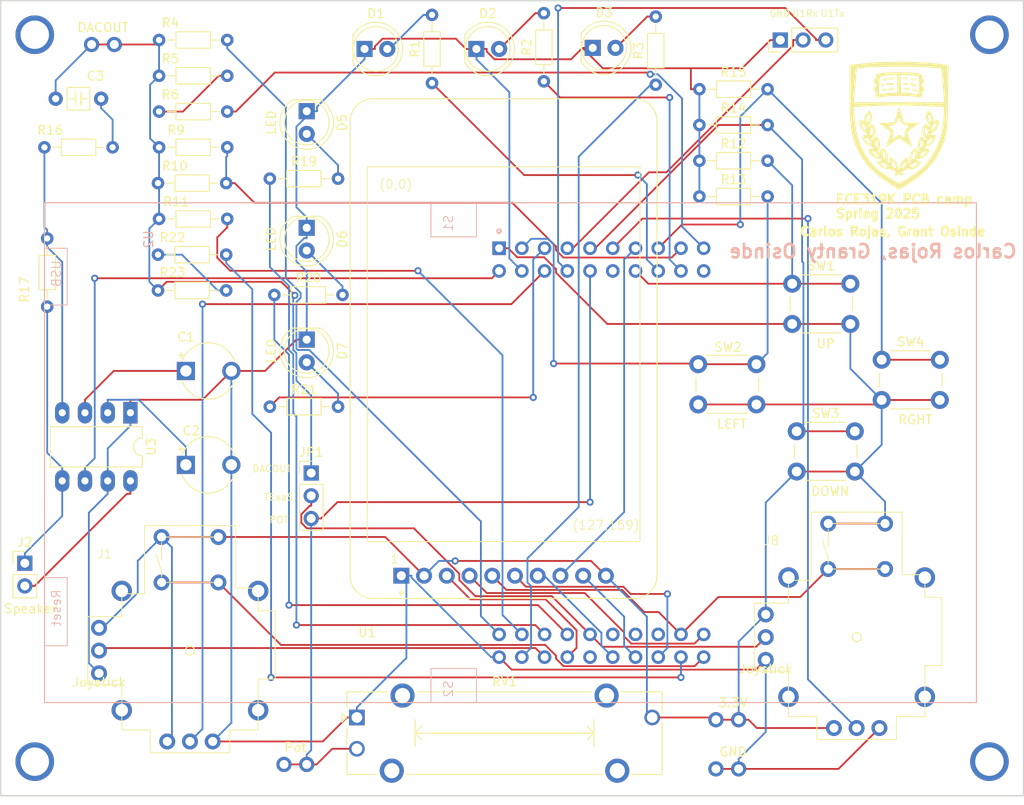
<source format=kicad_pcb>
(kicad_pcb (version 20241229) (generator "pcbnew") (generator_version "9.0")
  (title_block (title "ECE 319K Carlos Grant") (date "2025-03-23") (rev "v1.0.1") (company "The University of Texas at Austin"))
  (layers (0 "F.Cu" signal) (2 "B.Cu" signal) (13 "F.Paste" user) (15 "B.Paste" user) (5 "F.SilkS" user "F.Silkscreen") (7 "B.SilkS" user "B.Silkscreen") (1 "F.Mask" user) (3 "B.Mask" user) (25 "Edge.Cuts" user))
  (net 0 "")
  (net 1 "GND")
  (net 2 "+3V3")
  (net 3 "PB9")
  (net 4 "PB15")
  (net 5 "PB8")
  (net 6 "PB7")
  (net 7 "PB6")
  (net 8 "PA13")
  (net 9 "+5V")
  (net 10 "Net-(U3-FC1)")
  (net 11 "Net-(U3-FC2)")
  (net 12 "DACOUT")
  (net 13 "Net-(C3-Pad2)")
  (net 14 "Net-(D1-A)")
  (net 15 "PA25")
  (net 16 "Net-(D2-A)")
  (net 17 "PA8")
  (net 18 "PA26")
  (net 19 "PB24")
  (net 20 "PA27")
  (net 21 "PB2")
  (net 22 "PB3")
  (net 24 "PB12")
  (net 25 "PB17")
  (net 26 "PB0")
  (net 27 "PB16")
  (net 28 "PB19")
  (net 29 "PA22")
  (net 30 "PB18")
  (net 31 "PA18")
  (net 32 "PA24")
  (net 33 "PA17")
  (net 34 "PA16")
  (net 35 "PA15")
  (net 36 "PB4")
  (net 37 "PB1")
  (net 38 "PA28")
  (net 39 "PA31")
  (net 40 "PB20")
  (net 41 "PB13")
  (net 42 "PA10")
  (net 43 "Net-(D3-A)")
  (net 44 "Net-(D5-A)")
  (net 45 "Net-(D6-A)")
  (net 46 "PB23")
  (net 47 "Net-(D7-A)")
  (net 48 "PA11")
  (net 49 "PA12")
  (net 58 "Net-(U3-VO2)")
  (net 59 "Net-(U3-VO1)")
  (net 64 "Net-(R5-Pad2)")
  (net 65 "Net-(U3-VIN)")
  (net 66 "Net-(R22-Pad1)")
  (footprint "ECE319K:R_Axial_DIN0204_L3.6mm_D1.6mm_P7.62mm_Horizontal" (layer "F.Cu") (at 80.88 83.5)
    (property "Reference" "R21")
    (property "Value" "470")
  )
  (footprint "ECE319K:R_Axial_DIN0204_L3.6mm_D1.6mm_P7.62mm_Horizontal" (layer "F.Cu") (at 68.5 62.5)
    (property "Reference" "R11")
    (property "Value" "12k")
  )
  (footprint "ECE319K:Testpoint_1x02_P2.54mm" (layer "F.Cu") (at 82.46 123.5 90)
    (property "Reference" "J4")
    (property "Value" "Pot")
  )
  (footprint "ECE319K:R_Axial_DIN0204_L3.6mm_D1.6mm_P7.62mm_Horizontal" (layer "F.Cu") (at 68.5 42.5)
    (property "Reference" "R4")
    (property "Value" "1.5k")
  )
  (footprint "ECE319K:PinHeader_1x03_P2.54mm_Vertical" (layer "F.Cu") (at 137.92 42.5 90)
    (property "Reference" "J3" (hide yes))
    (property "Value" "UART1")
  )
  (footprint "LOGO" (layer "F.Cu") (at 152 52.5)
    (property "Reference" "G***" (hide yes))
    (property "Value" "LOGO" (hide yes))
  )
  (footprint "ECE319K:R_Axial_DIN0204_L3.6mm_D1.6mm_P7.62mm_Horizontal" (layer "F.Cu") (at 68.38 66.5)
    (property "Reference" "R22")
    (property "Value" "12k")
  )
  (footprint "ECE319K:LED_D5.0mm" (layer "F.Cu") (at 85 63.5 -90)
    (property "Reference" "D6")
    (property "Value" "LED")
  )
  (footprint "ECE319K:R_Axial_DIN0204_L3.6mm_D1.6mm_P7.62mm_Horizontal" (layer "F.Cu") (at 68.5 50.5)
    (property "Reference" "R6")
    (property "Value" "1.5k")
  )
  (footprint "ECE319K:DIP-8_W7.62mm_LongPads" (layer "F.Cu") (at 65.3 84.175 -90)
    (property "Reference" "U3")
    (property "Value" "MCP34119P")
  )
  (footprint "ECE319K:R_Axial_DIN0204_L3.6mm_D1.6mm_P7.62mm_Horizontal" (layer "F.Cu") (at 56 72.31 90)
    (property "Reference" "R17")
    (property "Value" "10k")
  )
  (footprint "ECE319K:SW_PUSH_6mm" (layer "F.Cu") (at 128.75 78.75)
    (property "Reference" "SW2")
    (property "Value" "LEFT")
  )
  (footprint "ECE319K:SW_PUSH_6mm" (layer "F.Cu") (at 139.25 69.75)
    (property "Reference" "SW1")
    (property "Value" "UP")
  )
  (footprint "ECE319K:R_Axial_DIN0204_L3.6mm_D1.6mm_P7.62mm_Horizontal" (layer "F.Cu") (at 68.38 70.5)
    (property "Reference" "R23")
    (property "Value" "12k")
  )
  (footprint "ECE319K:PTA2043pot" (layer "F.Cu") (at 90.605 118.25)
    (property "Reference" "RV1")
    (property "Value" "PTA2043")
  )
  (footprint "ECE319K:R_Axial_DIN0204_L3.6mm_D1.6mm_P7.62mm_Horizontal" (layer "F.Cu") (at 68.38 58.5)
    (property "Reference" "R10")
    (property "Value" "12k")
  )
  (footprint "ECE319K:R_Axial_DIN0204_L3.6mm_D1.6mm_P7.62mm_Horizontal" (layer "F.Cu") (at 99 47.31 90)
    (property "Reference" "R1")
    (property "Value" "470")
  )
  (footprint "ECE319K:Testpoint_1x02_P2.54mm" (layer "F.Cu") (at 60.96 43 90)
    (property "Reference" "J7")
    (property "Value" "DACOUT")
  )
  (footprint "ECE319K:SparkfunJoystick" (layer "F.Cu") (at 61.7925 113.31)
    (property "Reference" "J1")
    (property "Value" "Joystick")
  )
  (footprint "ECE319K:Testpoint_1x02_P2.54mm" (layer "F.Cu") (at 130.725 118.5 90)
    (property "Reference" "TP1")
    (property "Value" "3.3V")
  )
  (footprint "ECE319K:C_Axial_200mil" (layer "F.Cu") (at 56.9438 49.065)
    (property "Reference" "C3")
    (property "Value" "0.1uF")
  )
  (footprint "ECE319K:LED_D5.0mm" (layer "F.Cu") (at 85 50.46 -90)
    (property "Reference" "D5")
    (property "Value" "LED")
  )
  (footprint "ECE319K:MountingHole_4_40" (layer "F.Cu") (at 161.29 41.91)
    (property "Reference" "H2")
    (property "Value" "~")
  )
  (footprint "ECE319K:MountingHole_4_40" (layer "F.Cu") (at 161.29 123.19)
    (property "Reference" "H4")
    (property "Value" "~")
  )
  (footprint "ECE319K:MountingHole_4_40" (layer "F.Cu") (at 54.61 41.91)
    (property "Reference" "H1")
    (property "Value" "~")
  )
  (footprint "ECE319K:R_Axial_DIN0204_L3.6mm_D1.6mm_P7.62mm_Horizontal" (layer "F.Cu") (at 136.5 56 180)
    (property "Reference" "R12")
    (property "Value" "10k")
  )
  (footprint "ECE319K:MountingHole_4_40" (layer "F.Cu") (at 54.61 123.19)
    (property "Reference" "H3")
    (property "Value" "~")
  )
  (footprint "ECE319K:CP_Radial_Tantal200mil" (layer "F.Cu") (at 71.5 90)
    (property "Reference" "C2")
    (property "Value" "4.7uF")
  )
  (footprint "ECE319K:R_Axial_DIN0204_L3.6mm_D1.6mm_P7.62mm_Horizontal" (layer "F.Cu") (at 80.88 58)
    (property "Reference" "R19")
    (property "Value" "470")
  )
  (footprint "ECE319K:Testpoint_1x02_P2.54mm" (layer "F.Cu") (at 130.725 124 90)
    (property "Reference" "J6")
    (property "Value" "GND")
  )
  (footprint "ECE319K:LED_D5.0mm" (layer "F.Cu") (at 116.96 43.38)
    (property "Reference" "D3")
    (property "Value" "LED")
  )
  (footprint "ECE319K:CP_Radial_Tantal200mil" (layer "F.Cu") (at 71.5 79.5)
    (property "Reference" "C1")
    (property "Value" "1uF")
  )
  (footprint "ECE319K:SparkfunJoystick" (layer "F.Cu") (at 136.2925 111.81)
    (property "Reference" "J8")
    (property "Value" "Joystick")
  )
  (footprint "ECE319K:SW_PUSH_6mm" (layer "F.Cu") (at 149.25 78.25)
    (property "Reference" "SW4")
    (property "Value" "RGHT")
  )
  (footprint "ECE319K:R_Axial_DIN0204_L3.6mm_D1.6mm_P7.62mm_Horizontal" (layer "F.Cu") (at 124 47.5 90)
    (property "Reference" "R3")
    (property "Value" "470")
  )
  (footprint "ECE319K:R_Axial_DIN0204_L3.6mm_D1.6mm_P7.62mm_Horizontal" (layer "F.Cu") (at 136.5 60 180)
    (property "Reference" "R13")
    (property "Value" "10k")
  )
  (footprint "ECE319K:R_Axial_DIN0204_L3.6mm_D1.6mm_P7.62mm_Horizontal" (layer "F.Cu") (at 111.5 47.12 90)
    (property "Reference" "R2")
    (property "Value" "470")
  )
  (footprint "ECE319K:R_Axial_DIN0204_L3.6mm_D1.6mm_P7.62mm_Horizontal" (layer "F.Cu") (at 55.69 54.5)
    (property "Reference" "R16")
    (property "Value" "20k")
  )
  (footprint "ECE319K:R_Axial_DIN0204_L3.6mm_D1.6mm_P7.62mm_Horizontal" (layer "F.Cu") (at 136.5 48 180)
    (property "Reference" "R15")
    (property "Value" "10k")
  )
  (footprint "ECE319K:R_Axial_DIN0204_L3.6mm_D1.6mm_P7.62mm_Horizontal" (layer "F.Cu") (at 68.5 54.5)
    (property "Reference" "R9")
    (property "Value" "12k")
  )
  (footprint "ECE319K:R_Axial_DIN0204_L3.6mm_D1.6mm_P7.62mm_Horizontal" (layer "F.Cu") (at 136.5 52 180)
    (property "Reference" "R14")
    (property "Value" "10k")
  )
  (footprint "ECE319K:SW_PUSH_6mm" (layer "F.Cu") (at 139.75 86.25)
    (property "Reference" "SW3")
    (property "Value" "DOWN")
  )
  (footprint "ECE319K:R_Axial_DIN0204_L3.6mm_D1.6mm_P7.62mm_Horizontal" (layer "F.Cu") (at 68.5 46.5)
    (property "Reference" "R5")
    (property "Value" "1.5k")
  )
  (footprint "ECE319K:PinHeader_1x02_P2.54mm_Vertical" (layer "F.Cu") (at 53.5 101)
    (property "Reference" "J2")
    (property "Value" "Speaker")
  )
  (footprint "ECE319K:LED_D5.0mm" (layer "F.Cu") (at 85 76 -90)
    (property "Reference" "D7")
    (property "Value" "LED")
  )
  (footprint "ECE319K:LED_D5.0mm" (layer "F.Cu") (at 91.46 43.5)
    (property "Reference" "D1")
    (property "Value" "LED")
  )
  (footprint "ECE319K:PinHeader_1x03_P2.54mm_Vertical" (layer "F.Cu") (at 85.5 90.92)
    (property "Reference" "JP1")
    (property "Value" "TExaS")
  )
  (footprint "ECE319K:LED_D5.0mm" (layer "F.Cu") (at 103.96 43.5)
    (property "Reference" "D2")
    (property "Value" "LED")
  )
  (footprint "ECE319K:R_Axial_DIN0204_L3.6mm_D1.6mm_P7.62mm_Horizontal" (layer "F.Cu") (at 81.38 71)
    (property "Reference" "R20")
    (property "Value" "470")
  )
  (footprint "ECE319K:adafruit_st7735r" (layer "F.Cu") (at 107 77)
    (property "Reference" "U1")
    (property "Value" "Adafruit ST7735R")
  )
  (footprint "ECE319K:ti_LP_MSPM0G3507" (layer "B.Cu") (at 109.04 88.64 -90)
    (property "Reference" "U2")
    (property "Value" "LP-MSPM0G3507")
  )
  (gr_rect (start 50.8 38.1) (end 165.1 127) (stroke (width 0.15)) (fill no) (layer "Edge.Cuts"))
  (gr_text "U1Rx" (at 139.175 39.96 0) (layer "F.SilkS") (effects (font (size 0.762 0.762) (thickness 0.1016)) (justify left bottom)))
  (gr_text "GND" (at 136.635 39.96 0) (layer "F.SilkS") (effects (font (size 0.762 0.762) (thickness 0.1016)) (justify left bottom)))
  (gr_text "Carlos Rojas, Grant Osinde" (at 140 64.5 0) (layer "F.SilkS") (effects (font (size 1 1) (thickness 0.25) (bold yes)) (justify left bottom)))
  (gr_text "POT" (at 80.775 96.595 0) (layer "F.SilkS") (effects (font (size 0.762 0.762) (thickness 0.1016)) (justify left bottom)))
  (gr_text "U1Tx" (at 142.35 39.96 0) (layer "F.SilkS") (effects (font (size 0.762 0.762) (thickness 0.1016)) (justify left bottom)))
  (gr_text "ECE319K PCB camp \nSpring 2025" (at 144 62.5 0) (layer "F.SilkS") (effects (font (size 1 1) (thickness 0.25) (bold yes)) (justify left bottom)))
  (gr_text "DACOUT" (at 78.87 90.88 0) (layer "F.SilkS") (effects (font (size 0.762 0.762) (thickness 0.1016)) (justify left bottom)))
  (gr_text "TExaS" (at 80.14 94.055 0) (layer "F.SilkS") (effects (font (size 0.762 0.762) (thickness 0.1016)) (justify left bottom)))
  (gr_text "Carlos Rojas, Granty Osinde\n" (at 164.5 67 0) (layer "B.SilkS") (effects (font (size 1.5 1.5) (thickness 0.3) (bold yes)) (justify left bottom mirror)))
  (segment (start 90.605 118.25) (end 89.4783 118.25) (width 0.2) (layer "F.Cu") (net 1))
  (segment (start 118.0866 45.6583) (end 127.9283 45.6583) (width 0.2) (layer "F.Cu") (net 1))
  (segment (start 74.4925 120.93) (end 86.7983 120.93) (width 0.2) (layer "F.Cu") (net 1))
  (segment (start 137.92 42.5) (end 136.8183 42.5) (width 0.2) (layer "F.Cu") (net 1))
  (segment (start 65.3 84.175) (end 65.3 82.7233) (width 0.2) (layer "F.Cu") (net 1))
  (segment (start 93.4754 42.3483) (end 92.6117 43.212) (width 0.2) (layer "F.Cu") (net 1))
  (segment (start 103.96 43.5) (end 105.1117 43.5) (width 0.2) (layer "F.Cu") (net 1))
  (segment (start 92.6117 43.212) (end 92.6117 43.5) (width 0.2) (layer "F.Cu") (net 1))
  (segment (start 133.265 124) (end 130.725 124) (width 0.2) (layer "F.Cu") (net 1))
  (segment (start 105.9754 44.6517) (end 114.5366 44.6517) (width 0.2) (layer "F.Cu") (net 1))
  (segment (start 102.8083 43.5) (end 101.6566 42.3483) (width 0.2) (layer "F.Cu") (net 1))
  (segment (start 105.1117 43.5) (end 105.1117 43.788) (width 0.2) (layer "F.Cu") (net 1))
  (segment (start 135.2064 112.8961) (end 136.2925 111.81) (width 0.2) (layer "F.Cu") (net 1))
  (segment (start 116.96 43.38) (end 115.8083 43.38) (width 0.2) (layer "F.Cu") (net 1))
  (segment (start 144.4225 124) (end 133.265 124) (width 0.2) (layer "F.Cu") (net 1))
  (segment (start 80.3483 79.5) (end 83.8483 76) (width 0.2) (layer "F.Cu") (net 1))
  (segment (start 65.3 82.7233) (end 73.3567 82.7233) (width 0.2) (layer "F.Cu") (net 1))
  (segment (start 107.8961 112.8961) (end 135.2064 112.8961) (width 0.2) (layer "F.Cu") (net 1))
  (segment (start 114.5366 44.6517) (end 115.8083 43.38) (width 0.2) (layer "F.Cu") (net 1))
  (segment (start 86.7983 120.93) (end 89.4783 118.25) (width 0.2) (layer "F.Cu") (net 1))
  (segment (start 127.9283 48) (end 127.9283 45.6583) (width 0.2) (layer "F.Cu") (net 1))
  (segment (start 91.46 43.5) (end 92.6117 43.5) (width 0.2) (layer "F.Cu") (net 1))
  (segment (start 115.8083 43.38) (end 118.0866 45.6583) (width 0.2) (layer "F.Cu") (net 1))
  (segment (start 103.96 43.5) (end 102.8083 43.5) (width 0.2) (layer "F.Cu") (net 1))
  (segment (start 73.3567 82.7233) (end 76.58 79.5) (width 0.2) (layer "F.Cu") (net 1))
  (segment (start 128.88 48) (end 127.9283 48) (width 0.2) (layer "F.Cu") (net 1))
  (segment (start 106.5 111.5) (end 107.8961 112.8961) (width 0.2) (layer "F.Cu") (net 1))
  (segment (start 133.66 45.6583) (end 136.8183 42.5) (width 0.2) (layer "F.Cu") (net 1))
  (segment (start 76.58 79.5) (end 80.3483 79.5) (width 0.2) (layer "F.Cu") (net 1))
  (segment (start 105.1117 43.788) (end 105.9754 44.6517) (width 0.2) (layer "F.Cu") (net 1))
  (segment (start 148.9925 119.43) (end 144.4225 124) (width 0.2) (layer "F.Cu") (net 1))
  (segment (start 85 76) (end 83.8483 76) (width 0.2) (layer "F.Cu") (net 1))
  (segment (start 127.9283 45.6583) (end 133.66 45.6583) (width 0.2) (layer "F.Cu") (net 1))
  (segment (start 101.6566 42.3483) (end 93.4754 42.3483) (width 0.2) (layer "F.Cu") (net 1))
  (segment (start 76.58 79.5) (end 76.58 90) (width 0.2) (layer "B.Cu") (net 1))
  (segment (start 65.3 84.175) (end 65.3 85.6267) (width 0.2) (layer "B.Cu") (net 1))
  (segment (start 136.2925 111.81) (end 136.2925 119.8708) (width 0.2) (layer "B.Cu") (net 1))
  (segment (start 62.76 92.5208) (end 62.76 91.795) (width 0.2) (layer "B.Cu") (net 1))
  (segment (start 128.88 56) (end 128.88 60) (width 0.2) (layer "B.Cu") (net 1))
  (segment (start 91.46 44.6517) (end 86.1517 49.96) (width 0.2) (layer "B.Cu") (net 1))
  (segment (start 128.88 52) (end 128.88 56) (width 0.2) (layer "B.Cu") (net 1))
  (segment (start 96.7107 102.6139) (end 96.7107 102.4) (width 0.2) (layer "B.Cu") (net 1))
  (segment (start 86.1517 49.96) (end 86.1517 50.46) (width 0.2) (layer "B.Cu") (net 1))
  (segment (start 136.2925 119.8708) (end 133.265 122.8983) (width 0.2) (layer "B.Cu") (net 1))
  (segment (start 103.96 43.5) (end 103.96 44.6517) (width 0.2) (layer "B.Cu") (net 1))
  (segment (start 107.6461 66.9261) (end 107.6461 48.3378) (width 0.2) (layer "B.Cu") (net 1))
  (segment (start 96.1404 111.5879) (end 90.605 117.1233) (width 0.2) (layer "B.Cu") (net 1))
  (segment (start 107.6461 48.3378) (end 103.96 44.6517) (width 0.2) (layer "B.Cu") (net 1))
  (segment (start 90.605 118.25) (end 90.605 117.1233) (width 0.2) (layer "B.Cu") (net 1))
  (segment (start 83.8483 52.1876) (end 83.8483 61.1966) (width 0.2) (layer "B.Cu") (net 1))
  (segment (start 83.8483 61.1966) (end 85 62.3483) (width 0.2) (layer "B.Cu") (net 1))
  (segment (start 76.58 118.8425) (end 76.58 90) (width 0.2) (layer "B.Cu") (net 1))
  (segment (start 83.8483 67.2542) (end 83.8483 65.5217) (width 0.2) (layer "B.Cu") (net 1))
  (segment (start 85.5759 50.46) (end 83.8483 52.1876) (width 0.2) (layer "B.Cu") (net 1))
  (segment (start 133.265 124) (end 133.265 122.8983) (width 0.2) (layer "B.Cu") (net 1))
  (segment (start 105.5968 111.5) (end 96.7107 102.6139) (width 0.2) (layer "B.Cu") (net 1))
  (segment (start 91.46 43.5) (end 91.46 44.6517) (width 0.2) (layer "B.Cu") (net 1))
  (segment (start 85 63.5) (end 85 62.3483) (width 0.2) (layer "B.Cu") (net 1))
  (segment (start 60.6518 112.1693) (end 60.6518 95.3549) (width 0.2) (layer "B.Cu") (net 1))
  (segment (start 61.7925 113.31) (end 60.6518 112.1693) (width 0.2) (layer "B.Cu") (net 1))
  (segment (start 60.6518 95.3549) (end 62.76 93.2467) (width 0.2) (layer "B.Cu") (net 1))
  (segment (start 84.7183 64.6517) (end 85 64.6517) (width 0.2) (layer "B.Cu") (net 1))
  (segment (start 96.1404 102.4) (end 96.1404 111.5879) (width 0.2) (layer "B.Cu") (net 1))
  (segment (start 128.88 48) (end 128.88 52) (width 0.2) (layer "B.Cu") (net 1))
  (segment (start 85 63.5) (end 85 64.6517) (width 0.2) (layer "B.Cu") (net 1))
  (segment (start 62.76 92.5208) (end 62.76 93.2467) (width 0.2) (layer "B.Cu") (net 1))
  (segment (start 109.04 68.32) (end 107.6461 66.9261) (width 0.2) (layer "B.Cu") (net 1))
  (segment (start 85.5759 50.46) (end 86.1517 50.46) (width 0.2) (layer "B.Cu") (net 1))
  (segment (start 83.8483 65.5217) (end 84.7183 64.6517) (width 0.2) (layer "B.Cu") (net 1))
  (segment (start 85 50.46) (end 85.5759 50.46) (width 0.2) (layer "B.Cu") (net 1))
  (segment (start 62.76 91.795) (end 62.76 88.1667) (width 0.2) (layer "B.Cu") (net 1))
  (segment (start 106.5 111.5) (end 105.5968 111.5) (width 0.2) (layer "B.Cu") (net 1))
  (segment (start 62.76 88.1667) (end 65.3 85.6267) (width 0.2) (layer "B.Cu") (net 1))
  (segment (start 74.4925 120.93) (end 76.58 118.8425) (width 0.2) (layer "B.Cu") (net 1))
  (segment (start 85 76) (end 85 68.4059) (width 0.2) (layer "B.Cu") (net 1))
  (segment (start 85 68.4059) (end 83.8483 67.2542) (width 0.2) (layer "B.Cu") (net 1))
  (segment (start 96.1404 102.4) (end 96.7107 102.4) (width 0.2) (layer "B.Cu") (net 1))
  (segment (start 95.57 102.4) (end 96.1404 102.4) (width 0.2) (layer "B.Cu") (net 1))
  (segment (start 149.6275 96.57) (end 143.2775 96.57) (width 0.2) (layer "F.Cu") (net 2))
  (segment (start 107.5117 65.78) (end 108.5234 66.7917) (width 0.2) (layer "F.Cu") (net 2))
  (segment (start 108.5234 66.7917) (end 111.5283 66.7917) (width 0.2) (layer "F.Cu") (net 2))
  (segment (start 146.25 90.75) (end 139.75 90.75) (width 0.2) (layer "F.Cu") (net 2))
  (segment (start 133.265 118.5) (end 134.3667 118.5) (width 0.2) (layer "F.Cu") (net 2))
  (segment (start 112.8501 68.5154) (end 118.5847 74.25) (width 0.2) (layer "F.Cu") (net 2))
  (segment (start 112.8501 68.1135) (end 112.8501 68.5154) (width 0.2) (layer "F.Cu") (net 2))
  (segment (start 118.43 102.4) (end 116.7765 100.7465) (width 0.2) (layer "F.Cu") (net 2))
  (segment (start 118.5847 74.25) (end 139.25 74.25) (width 0.2) (layer "F.Cu") (net 2))
  (segment (start 75.1275 98.07) (end 68.7775 98.07) (width 0.2) (layer "F.Cu") (net 2))
  (segment (start 135.25 83.25) (end 148.75 83.25) (width 0.2) (layer "F.Cu") (net 2))
  (segment (start 145.75 74.25) (end 139.25 74.25) (width 0.2) (layer "F.Cu") (net 2))
  (segment (start 143.9125 119.43) (end 135.2967 119.43) (width 0.2) (layer "F.Cu") (net 2))
  (segment (start 130.475 118.25) (end 130.725 118.5) (width 0.2) (layer "F.Cu") (net 2))
  (segment (start 116.7765 100.7465) (end 101.5855 100.7465) (width 0.2) (layer "F.Cu") (net 2))
  (segment (start 148.75 83.25) (end 149.25 82.75) (width 0.2) (layer "F.Cu") (net 2))
  (segment (start 93.78 98.07) (end 98.11 102.4) (width 0.2) (layer "F.Cu") (net 2))
  (segment (start 106.5 65.78) (end 107.5117 65.78) (width 0.2) (layer "F.Cu") (net 2))
  (segment (start 133.265 118.5) (end 130.725 118.5) (width 0.2) (layer "F.Cu") (net 2))
  (segment (start 155.75 82.75) (end 149.25 82.75) (width 0.2) (layer "F.Cu") (net 2))
  (segment (start 111.5283 66.7917) (end 112.8501 68.1135) (width 0.2) (layer "F.Cu") (net 2))
  (segment (start 135.2967 119.43) (end 134.3667 118.5) (width 0.2) (layer "F.Cu") (net 2))
  (segment (start 75.1275 98.07) (end 93.78 98.07) (width 0.2) (layer "F.Cu") (net 2))
  (segment (start 123.605 118.25) (end 130.475 118.25) (width 0.2) (layer "F.Cu") (net 2))
  (segment (start 135.25 83.25) (end 128.75 83.25) (width 0.2) (layer "F.Cu") (net 2))
  (via (at 101.5855 100.7465) (size 0.8) (drill 0.4) (layers "F.Cu" "B.Cu") (net 2))
  (segment (start 149.25 87.75) (end 146.25 90.75) (width 0.2) (layer "B.Cu") (net 2))
  (segment (start 66.1162 100.7313) (end 66.1162 104.3036) (width 0.2) (layer "B.Cu") (net 2))
  (segment (start 123.0101 117.6551) (end 123.605 118.25) (width 0.2) (layer "B.Cu") (net 2))
  (segment (start 136.2925 106.73) (end 136.2925 94.2075) (width 0.2) (layer "B.Cu") (net 2))
  (segment (start 99.7635 100.7465) (end 98.11 102.4) (width 0.2) (layer "B.Cu") (net 2))
  (segment (start 133.265 118.5) (end 133.265 109.7575) (width 0.2) (layer "B.Cu") (net 2))
  (segment (start 118.43 102.4) (end 123.0101 106.9801) (width 0.2) (layer "B.Cu") (net 2))
  (segment (start 68.7775 98.07) (end 69.9378 99.2303) (width 0.2) (layer "B.Cu") (net 2))
  (segment (start 69.9378 120.4047) (end 69.4125 120.93) (width 0.2) (layer "B.Cu") (net 2))
  (segment (start 69.9378 99.2303) (end 69.9378 120.4047) (width 0.2) (layer "B.Cu") (net 2))
  (segment (start 133.265 109.7575) (end 136.2925 106.73) (width 0.2) (layer "B.Cu") (net 2))
  (segment (start 149.6275 96.57) (end 149.6275 94.1275) (width 0.2) (layer "B.Cu") (net 2))
  (segment (start 149.6275 94.1275) (end 146.25 90.75) (width 0.2) (layer "B.Cu") (net 2))
  (segment (start 123.0101 106.9801) (end 123.0101 117.6551) (width 0.2) (layer "B.Cu") (net 2))
  (segment (start 145.75 74.25) (end 145.75 79.25) (width 0.2) (layer "B.Cu") (net 2))
  (segment (start 101.5855 100.7465) (end 99.7635 100.7465) (width 0.2) (layer "B.Cu") (net 2))
  (segment (start 62.1898 108.23) (end 61.7925 108.23) (width 0.2) (layer "B.Cu") (net 2))
  (segment (start 68.7775 98.07) (end 66.1162 100.7313) (width 0.2) (layer "B.Cu") (net 2))
  (segment (start 66.1162 104.3036) (end 62.1898 108.23) (width 0.2) (layer "B.Cu") (net 2))
  (segment (start 145.75 79.25) (end 149.25 82.75) (width 0.2) (layer "B.Cu") (net 2))
  (segment (start 149.25 82.75) (end 149.25 87.75) (width 0.2) (layer "B.Cu") (net 2))
  (segment (start 136.2925 94.2075) (end 139.75 90.75) (width 0.2) (layer "B.Cu") (net 2))
  (segment (start 121.74 65.78) (end 120.4701 67.0499) (width 0.2) (layer "B.Cu") (net 3))
  (segment (start 120.4701 67.0499) (end 120.4701 95.2799) (width 0.2) (layer "B.Cu") (net 3))
  (segment (start 120.4701 95.2799) (end 113.35 102.4) (width 0.2) (layer "B.Cu") (net 3))
  (segment (start 115.1519 108.496) (end 115.1519 110.4681) (width 0.2) (layer "F.Cu") (net 4))
  (segment (start 115.1519 110.4681) (end 114.12 111.5) (width 0.2) (layer "F.Cu") (net 4))
  (segment (start 103.2886 105.0386) (end 111.6945 105.0386) (width 0.2) (layer "F.Cu") (net 4))
  (segment (start 111.6945 105.0386) (end 115.1519 108.496) (width 0.2) (layer "F.Cu") (net 4))
  (segment (start 100.65 102.4) (end 103.2886 105.0386) (width 0.2) (layer "F.Cu") (net 4))
  (segment (start 117.93 108.7891) (end 117.93 110.23) (width 0.2) (layer "B.Cu") (net 5))
  (segment (start 117.93 110.23) (end 119.2 111.5) (width 0.2) (layer "B.Cu") (net 5))
  (segment (start 110.81 102.4) (end 111.5409 102.4) (width 0.2) (layer "B.Cu") (net 5))
  (segment (start 111.5409 102.4) (end 117.93 108.7891) (width 0.2) (layer "B.Cu") (net 5))
  (segment (start 120.4701 106.9801) (end 115.89 102.4) (width 0.2) (layer "B.Cu") (net 6))
  (segment (start 120.4701 110.2301) (end 120.4701 106.9801) (width 0.2) (layer "B.Cu") (net 6))
  (segment (start 121.74 111.5) (end 120.4701 110.2301) (width 0.2) (layer "B.Cu") (net 6))
  (segment (start 109.5018 103.6318) (end 120.3806 103.6318) (width 0.2) (layer "F.Cu") (net 7))
  (segment (start 121.1899 104.4411) (end 125.3009 104.4411) (width 0.2) (layer "F.Cu") (net 7))
  (segment (start 120.3806 103.6318) (end 121.1899 104.4411) (width 0.2) (layer "F.Cu") (net 7))
  (segment (start 108.27 102.4) (end 109.5018 103.6318) (width 0.2) (layer "F.Cu") (net 7))
  (via (at 125.3009 104.4411) (size 0.8) (drill 0.4) (layers "F.Cu" "B.Cu") (net 7))
  (segment (start 125.3009 110.4791) (end 125.3009 104.4411) (width 0.2) (layer "B.Cu") (net 7))
  (segment (start 124.28 111.5) (end 125.3009 110.4791) (width 0.2) (layer "B.Cu") (net 7))
  (segment (start 120.47 109.1872) (end 120.47 108.74) (width 0.2) (layer "F.Cu") (net 8))
  (segment (start 128.33 109.99) (end 121.2728 109.99) (width 0.2) (layer "F.Cu") (net 8))
  (segment (start 121.2728 109.99) (end 120.47 109.1872) (width 0.2) (layer "F.Cu") (net 8))
  (segment (start 116.0652 104.3352) (end 105.1252 104.3352) (width 0.2) (layer "F.Cu") (net 8))
  (segment (start 120.47 108.74) (end 116.0652 104.3352) (width 0.2) (layer "F.Cu") (net 8))
  (segment (start 105.1252 104.3352) (end 103.19 102.4) (width 0.2) (layer "F.Cu") (net 8))
  (segment (start 129.36 108.96) (end 128.33 109.99) (width 0.2) (layer "F.Cu") (net 8))
  (segment (start 105.6808 69.1392) (end 61.3086 69.1392) (width 0.2) (layer "F.Cu") (net 9))
  (segment (start 106.5 68.32) (end 105.6808 69.1392) (width 0.2) (layer "F.Cu") (net 9))
  (via (at 61.3086 69.1392) (size 0.8) (drill 0.4) (layers "F.Cu" "B.Cu") (net 9))
  (segment (start 60.22 90.3433) (end 61.3086 89.2547) (width 0.2) (layer "B.Cu") (net 9))
  (segment (start 60.22 91.795) (end 60.22 90.3433) (width 0.2) (layer "B.Cu") (net 9))
  (segment (start 61.3086 89.2547) (end 61.3086 69.1392) (width 0.2) (layer "B.Cu") (net 9))
  (segment (start 63.4433 79.5) (end 60.22 82.7233) (width 0.2) (layer "F.Cu") (net 10))
  (segment (start 60.22 84.175) (end 60.22 82.7233) (width 0.2) (layer "F.Cu") (net 10))
  (segment (start 71.5 79.5) (end 63.4433 79.5) (width 0.2) (layer "F.Cu") (net 10))
  (segment (start 66.238 82.7233) (end 71.5 87.9853) (width 0.2) (layer "B.Cu") (net 11))
  (segment (start 62.76 82.7233) (end 66.238 82.7233) (width 0.2) (layer "B.Cu") (net 11))
  (segment (start 62.76 84.175) (end 62.76 82.7233) (width 0.2) (layer "B.Cu") (net 11))
  (segment (start 71.5 87.9853) (end 71.5 90) (width 0.2) (layer "B.Cu") (net 11))
  (segment (start 68.38 70.5) (end 69.351 69.529) (width 0.2) (layer "F.Cu") (net 12))
  (segment (start 63.5 43) (end 68 43) (width 0.2) (layer "F.Cu") (net 12))
  (segment (start 68 43) (end 68.5 42.5) (width 0.2) (layer "F.Cu") (net 12))
  (segment (start 69.351 69.529) (end 82.1499 69.529) (width 0.2) (layer "F.Cu") (net 12))
  (segment (start 60.96 43) (end 63.5 43) (width 0.2) (layer "F.Cu") (net 12))
  (segment (start 82.1499 69.529) (end 83.6725 71.0516) (width 0.2) (layer "F.Cu") (net 12))
  (via (at 83.6725 71.0516) (size 0.8) (drill 0.4) (layers "F.Cu" "B.Cu") (net 12))
  (segment (start 67.4129 69.5329) (end 67.4129 63.5871) (width 0.2) (layer "B.Cu") (net 12))
  (segment (start 68.5 54.5) (end 68.5 58.5) (width 0.2) (layer "B.Cu") (net 12))
  (segment (start 83.6725 71.0516) (end 83.4966 71.2275) (width 0.2) (layer "B.Cu") (net 12))
  (segment (start 67.4976 53.4976) (end 68.5 54.5) (width 0.2) (layer "B.Cu") (net 12))
  (segment (start 83.8483 80.5785) (end 85.5 82.2302) (width 0.2) (layer "B.Cu") (net 12))
  (segment (start 68.38 58.5) (end 68.5 58.5) (width 0.2) (layer "B.Cu") (net 12))
  (segment (start 68.38 70.5) (end 67.4129 69.5329) (width 0.2) (layer "B.Cu") (net 12))
  (segment (start 68.5 58.5) (end 68.5 62.5) (width 0.2) (layer "B.Cu") (net 12))
  (segment (start 67.4976 47.5024) (end 67.4976 53.4976) (width 0.2) (layer "B.Cu") (net 12))
  (segment (start 67.4129 63.5871) (end 68.5 62.5) (width 0.2) (layer "B.Cu") (net 12))
  (segment (start 56.9438 47.0162) (end 60.96 43) (width 0.2) (layer "B.Cu") (net 12))
  (segment (start 83.8483 77.5016) (end 83.8483 80.5785) (width 0.2) (layer "B.Cu") (net 12))
  (segment (start 85.5 82.2302) (end 85.5 90.92) (width 0.2) (layer "B.Cu") (net 12))
  (segment (start 83.4966 77.1499) (end 83.8483 77.5016) (width 0.2) (layer "B.Cu") (net 12))
  (segment (start 68.5 46.5) (end 68.5 42.5) (width 0.2) (layer "B.Cu") (net 12))
  (segment (start 68.5 46.5) (end 67.4976 47.5024) (width 0.2) (layer "B.Cu") (net 12))
  (segment (start 83.4966 71.2275) (end 83.4966 77.1499) (width 0.2) (layer "B.Cu") (net 12))
  (segment (start 56.9438 49.065) (end 56.9438 47.0162) (width 0.2) (layer "B.Cu") (net 12))
  (segment (start 62.0238 49.065) (end 62.0238 50.1167) (width 0.2) (layer "B.Cu") (net 13))
  (segment (start 63.31 51.4029) (end 63.31 54.5) (width 0.2) (layer "B.Cu") (net 13))
  (segment (start 62.0238 50.1167) (end 63.31 51.4029) (width 0.2) (layer "B.Cu") (net 13))
  (segment (start 94.2383 43.5) (end 98.0483 39.69) (width 0.2) (layer "B.Cu") (net 14))
  (segment (start 94 43.5) (end 94.2383 43.5) (width 0.2) (layer "B.Cu") (net 14))
  (segment (start 99 39.69) (end 98.0483 39.69) (width 0.2) (layer "B.Cu") (net 14))
  (segment (start 128.75 78.75) (end 128.675 78.675) (width 0.2) (layer "F.Cu") (net 15))
  (segment (start 128.675 78.675) (end 112.5917 78.675) (width 0.2) (layer "F.Cu") (net 15))
  (segment (start 135.25 78.75) (end 128.75 78.75) (width 0.2) (layer "F.Cu") (net 15))
  (via (at 112.5917 78.675) (size 0.8) (drill 0.4) (layers "F.Cu" "B.Cu") (net 15))
  (segment (start 112.5917 65.3592) (end 112.5917 78.675) (width 0.2) (layer "B.Cu") (net 15))
  (segment (start 111.9577 64.7252) (end 112.5917 65.3592) (width 0.2) (layer "B.Cu") (net 15))
  (segment (start 109.04 65.78) (end 110.0948 64.7252) (width 0.2) (layer "B.Cu") (net 15))
  (segment (start 136.5 60) (end 136.5 77.5) (width 0.2) (layer "B.Cu") (net 15))
  (segment (start 136.5 77.5) (end 135.25 78.75) (width 0.2) (layer "B.Cu") (net 15))
  (segment (start 110.0948 64.7252) (end 111.9577 64.7252) (width 0.2) (layer "B.Cu") (net 15))
  (segment (start 106.5483 43.5) (end 110.5483 39.5) (width 0.2) (layer "F.Cu") (net 16))
  (segment (start 111.5 39.5) (end 110.5483 39.5) (width 0.2) (layer "F.Cu") (net 16))
  (segment (start 106.5 43.5) (end 106.5483 43.5) (width 0.2) (layer "F.Cu") (net 16))
  (segment (start 139.3583 43.1179) (end 139.3583 42.5) (width 0.2) (layer "F.Cu") (net 17))
  (segment (start 140.46 42.5) (end 139.3583 42.5) (width 0.2) (layer "F.Cu") (net 17))
  (segment (start 114.12 65.78) (end 114.7449 65.78) (width 0.2) (layer "F.Cu") (net 17))
  (segment (start 123.2365 57.2884) (end 125.1878 57.2884) (width 0.2) (layer "F.Cu") (net 17))
  (segment (start 114.7449 65.78) (end 123.2365 57.2884) (width 0.2) (layer "F.Cu") (net 17))
  (segment (start 125.1878 57.2884) (end 139.3583 43.1179) (width 0.2) (layer "F.Cu") (net 17))
  (segment (start 131.0081 52) (end 117.2281 65.78) (width 0.2) (layer "F.Cu") (net 18))
  (segment (start 136.5 52) (end 131.0081 52) (width 0.2) (layer "F.Cu") (net 18))
  (segment (start 146.25 86.25) (end 139.75 86.25) (width 0.2) (layer "F.Cu") (net 18))
  (segment (start 117.2281 65.78) (end 116.66 65.78) (width 0.2) (layer "F.Cu") (net 18))
  (segment (start 140.3567 55.8567) (end 140.3567 67.2737) (width 0.2) (layer "B.Cu") (net 18))
  (segment (start 136.5 52) (end 140.3567 55.8567) (width 0.2) (layer "B.Cu") (net 18))
  (segment (start 140.3567 67.2737) (end 140.5041 67.4211) (width 0.2) (layer "B.Cu") (net 18))
  (segment (start 140.5041 67.4211) (end 140.5041 85.4959) (width 0.2) (layer "B.Cu") (net 18))
  (segment (start 140.5041 85.4959) (end 139.75 86.25) (width 0.2) (layer "B.Cu") (net 18))
  (segment (start 122.5128 62.4672) (end 141.0084 62.4672) (width 0.2) (layer "F.Cu") (net 19))
  (segment (start 119.2 65.78) (end 122.5128 62.4672) (width 0.2) (layer "F.Cu") (net 19))
  (via (at 141.0084 62.4672) (size 0.8) (drill 0.4) (layers "F.Cu" "B.Cu") (net 19))
  (segment (start 146.4525 119.43) (end 141.0084 113.9859) (width 0.2) (layer "B.Cu") (net 19))
  (segment (start 141.0084 113.9859) (end 141.0084 62.4672) (width 0.2) (layer "B.Cu") (net 19))
  (segment (start 126.929 63.131) (end 133.4502 63.131) (width 0.2) (layer "F.Cu") (net 20))
  (segment (start 155.75 78.25) (end 149.25 78.25) (width 0.2) (layer "F.Cu") (net 20))
  (segment (start 124.28 65.78) (end 126.929 63.131) (width 0.2) (layer "F.Cu") (net 20))
  (via (at 133.4502 63.131) (size 0.8) (drill 0.4) (layers "F.Cu" "B.Cu") (net 20))
  (segment (start 133.4502 51.0498) (end 133.4502 63.131) (width 0.2) (layer "B.Cu") (net 20))
  (segment (start 136.5 48) (end 133.4502 51.0498) (width 0.2) (layer "B.Cu") (net 20))
  (segment (start 136.5 48) (end 149.25 60.75) (width 0.2) (layer "B.Cu") (net 20))
  (segment (start 149.25 60.75) (end 149.25 78.25) (width 0.2) (layer "B.Cu") (net 20))
  (segment (start 113.6858 66.8223) (end 112.8501 65.9866) (width 0.2) (layer "F.Cu") (net 21))
  (segment (start 79.1546 60.7029) (end 76.9517 58.5) (width 0.2) (layer "F.Cu") (net 21))
  (segment (start 76 58.5) (end 76.9517 58.5) (width 0.2) (layer "F.Cu") (net 21))
  (segment (start 126.82 65.78) (end 125.7777 66.8223) (width 0.2) (layer "F.Cu") (net 21))
  (segment (start 107.9716 60.7029) (end 79.1546 60.7029) (width 0.2) (layer "F.Cu") (net 21))
  (segment (start 112.8501 65.9866) (end 112.8501 65.5814) (width 0.2) (layer "F.Cu") (net 21))
  (segment (start 112.8501 65.5814) (end 107.9716 60.7029) (width 0.2) (layer "F.Cu") (net 21))
  (segment (start 125.7777 66.8223) (end 113.6858 66.8223) (width 0.2) (layer "F.Cu") (net 21))
  (segment (start 76 55.5717) (end 76 58.5) (width 0.2) (layer "B.Cu") (net 21))
  (segment (start 76.12 55.4517) (end 76 55.5717) (width 0.2) (layer "B.Cu") (net 21))
  (segment (start 76.12 54.5) (end 76.12 55.4517) (width 0.2) (layer "B.Cu") (net 21))
  (segment (start 76.12 50.5) (end 77.0717 50.5) (width 0.2) (layer "F.Cu") (net 22))
  (segment (start 77.0717 50.5) (end 81.4346 46.1371) (width 0.2) (layer "F.Cu") (net 22))
  (segment (start 81.4346 46.1371) (end 123.1902 46.1371) (width 0.2) (layer "F.Cu") (net 22))
  (segment (start 123.1902 46.1371) (end 123.3836 46.3305) (width 0.2) (layer "F.Cu") (net 22))
  (via (at 123.3836 46.3305) (size 0.8) (drill 0.4) (layers "F.Cu" "B.Cu") (net 22))
  (segment (start 126.9412 49.0345) (end 124.2372 46.3305) (width 0.2) (layer "B.Cu") (net 22))
  (segment (start 124.2372 46.3305) (end 123.3836 46.3305) (width 0.2) (layer "B.Cu") (net 22))
  (segment (start 126.9412 63.3612) (end 126.9412 49.0345) (width 0.2) (layer "B.Cu") (net 22))
  (segment (start 129.36 65.78) (end 126.9412 63.3612) (width 0.2) (layer "B.Cu") (net 22))
  (segment (start 115.3901 94.7301) (end 109.6661 100.4541) (width 0.2) (layer "B.Cu") (net 24))
  (segment (start 124 47.5) (end 123.4314 47.5) (width 0.2) (layer "B.Cu") (net 24))
  (segment (start 110.0685 110.4715) (end 109.04 111.5) (width 0.2) (layer "B.Cu") (net 24))
  (segment (start 115.3901 55.5413) (end 115.3901 94.7301) (width 0.2) (layer "B.Cu") (net 24))
  (segment (start 110.0685 103.5575) (end 110.0685 110.4715) (width 0.2) (layer "B.Cu") (net 24))
  (segment (start 123.4314 47.5) (end 115.3901 55.5413) (width 0.2) (layer "B.Cu") (net 24))
  (segment (start 109.6661 103.1551) (end 110.0685 103.5575) (width 0.2) (layer "B.Cu") (net 24))
  (segment (start 109.6661 100.4541) (end 109.6661 103.1551) (width 0.2) (layer "B.Cu") (net 24))
  (segment (start 111.58 111.5) (end 110.5683 110.4883) (width 0.2) (layer "F.Cu") (net 25))
  (segment (start 110.5683 110.4883) (end 62.0742 110.4883) (width 0.2) (layer "F.Cu") (net 25))
  (segment (start 62.0742 110.4883) (end 61.7925 110.77) (width 0.2) (layer "F.Cu") (net 25))
  (segment (start 81.0155 113.7706) (end 126.82 113.7706) (width 0.2) (layer "F.Cu") (net 26))
  (via (at 126.82 113.7706) (size 0.8) (drill 0.4) (layers "F.Cu" "B.Cu") (net 26))
  (via (at 81.0155 113.7706) (size 0.8) (drill 0.4) (layers "F.Cu" "B.Cu") (net 26))
  (segment (start 126.82 111.5) (end 126.82 113.7706) (width 0.2) (layer "B.Cu") (net 26))
  (segment (start 78.917 70.3687) (end 78.917 84.307) (width 0.2) (layer "B.Cu") (net 26))
  (segment (start 76 67.4517) (end 78.917 70.3687) (width 0.2) (layer "B.Cu") (net 26))
  (segment (start 78.917 84.307) (end 81.0155 86.4055) (width 0.2) (layer "B.Cu") (net 26))
  (segment (start 81.0155 86.4055) (end 81.0155 113.7706) (width 0.2) (layer "B.Cu") (net 26))
  (segment (start 76 66.5) (end 76 67.4517) (width 0.2) (layer "B.Cu") (net 26))
  (segment (start 112.8501 111.6609) (end 112.8501 111.3367) (width 0.2) (layer "F.Cu") (net 27))
  (segment (start 82.1141 110.1366) (end 75.1275 103.15) (width 0.2) (layer "F.Cu") (net 27))
  (segment (start 129.36 111.5) (end 128.3423 112.5177) (width 0.2) (layer "F.Cu") (net 27))
  (segment (start 128.3423 112.5177) (end 113.7069 112.5177) (width 0.2) (layer "F.Cu") (net 27))
  (segment (start 112.8501 111.3367) (end 111.65 110.1366) (width 0.2) (layer "F.Cu") (net 27))
  (segment (start 111.65 110.1366) (end 82.1141 110.1366) (width 0.2) (layer "F.Cu") (net 27))
  (segment (start 113.7069 112.5177) (end 112.8501 111.6609) (width 0.2) (layer "F.Cu") (net 27))
  (segment (start 68.7775 103.15) (end 75.1275 103.15) (width 0.2) (layer "F.Cu") (net 27))
  (segment (start 107.868 72.032) (end 73.3533 72.032) (width 0.2) (layer "F.Cu") (net 28))
  (segment (start 111.58 68.32) (end 107.868 72.032) (width 0.2) (layer "F.Cu") (net 28))
  (via (at 73.3533 72.032) (size 0.8) (drill 0.4) (layers "F.Cu" "B.Cu") (net 28))
  (segment (start 73.3533 119.5292) (end 73.3533 72.032) (width 0.2) (layer "B.Cu") (net 28))
  (segment (start 71.9525 120.93) (end 73.3533 119.5292) (width 0.2) (layer "B.Cu") (net 28))
  (segment (start 141.8983 42.5) (end 141.8983 42.3623) (width 0.2) (layer "F.Cu") (net 29))
  (segment (start 141.8983 42.3623) (end 138.4563 38.9203) (width 0.2) (layer "F.Cu") (net 29))
  (segment (start 138.4563 38.9203) (end 113.0883 38.9203) (width 0.2) (layer "F.Cu") (net 29))
  (segment (start 143 42.5) (end 141.8983 42.5) (width 0.2) (layer "F.Cu") (net 29))
  (via (at 113.0883 38.9203) (size 0.8) (drill 0.4) (layers "F.Cu" "B.Cu") (net 29))
  (segment (start 113.0883 67.2883) (end 113.0883 38.9203) (width 0.2) (layer "B.Cu") (net 29))
  (segment (start 114.12 68.32) (end 113.0883 67.2883) (width 0.2) (layer "B.Cu") (net 29))
  (segment (start 85.5509 123.5) (end 85 123.5) (width 0.2) (layer "F.Cu") (net 30))
  (segment (start 87.8517 121.75) (end 86.1017 123.5) (width 0.2) (layer "F.Cu") (net 30))
  (segment (start 85.5509 123.5) (end 86.1017 123.5) (width 0.2) (layer "F.Cu") (net 30))
  (segment (start 86.6017 96) (end 88.4307 94.171) (width 0.2) (layer "F.Cu") (net 30))
  (segment (start 88.4307 94.171) (end 116.66 94.171) (width 0.2) (layer "F.Cu") (net 30))
  (segment (start 85.5 96) (end 86.6017 96) (width 0.2) (layer "F.Cu") (net 30))
  (segment (start 90.605 121.75) (end 87.8517 121.75) (width 0.2) (layer "F.Cu") (net 30))
  (segment (start 85 123.5) (end 82.46 123.5) (width 0.2) (layer "F.Cu") (net 30))
  (via (at 116.66 94.171) (size 0.8) (drill 0.4) (layers "F.Cu" "B.Cu") (net 30))
  (segment (start 85.5 96) (end 85.5 121.8983) (width 0.2) (layer "B.Cu") (net 30))
  (segment (start 116.66 68.32) (end 116.66 94.171) (width 0.2) (layer "B.Cu") (net 30))
  (segment (start 85 123.5) (end 85 122.3983) (width 0.2) (layer "B.Cu") (net 30))
  (segment (start 85.5 121.8983) (end 85 122.3983) (width 0.2) (layer "B.Cu") (net 30))
  (segment (start 145.75 69.75) (end 139.25 69.75) (width 0.2) (layer "F.Cu") (net 32))
  (segment (start 139.25 69.75) (end 123.17 69.75) (width 0.2) (layer "F.Cu") (net 32))
  (segment (start 123.17 69.75) (end 121.74 68.32) (width 0.2) (layer "F.Cu") (net 32))
  (segment (start 136.5 56) (end 139.25 58.75) (width 0.2) (layer "B.Cu") (net 32))
  (segment (start 139.25 58.75) (end 139.25 69.75) (width 0.2) (layer "B.Cu") (net 32))
  (segment (start 99 47.31) (end 109.2909 57.6009) (width 0.2) (layer "F.Cu") (net 33))
  (segment (start 109.2909 57.6009) (end 122.0024 57.6009) (width 0.2) (layer "F.Cu") (net 33))
  (via (at 122.0024 57.6009) (size 0.8) (drill 0.4) (layers "F.Cu" "B.Cu") (net 33))
  (segment (start 122.0024 57.6009) (end 123.01 58.6085) (width 0.2) (layer "B.Cu") (net 33))
  (segment (start 123.01 58.6085) (end 123.01 67.05) (width 0.2) (layer "B.Cu") (net 33))
  (segment (start 123.01 67.05) (end 124.28 68.32) (width 0.2) (layer "B.Cu") (net 33))
  (segment (start 111.5 47.12) (end 113.3046 48.9246) (width 0.2) (layer "F.Cu") (net 34))
  (segment (start 113.3046 48.9246) (end 125.5501 48.9246) (width 0.2) (layer "F.Cu") (net 34))
  (via (at 125.5501 48.9246) (size 0.8) (drill 0.4) (layers "F.Cu" "B.Cu") (net 34))
  (segment (start 126.82 68.32) (end 125.5501 67.0501) (width 0.2) (layer "B.Cu") (net 34))
  (segment (start 125.5501 67.0501) (end 125.5501 48.9246) (width 0.2) (layer "B.Cu") (net 34))
  (segment (start 84.0025 77.1585) (end 83.8483 77.0043) (width 0.2) (layer "B.Cu") (net 36))
  (segment (start 84.3242 71.3215) (end 84.3242 70.7817) (width 0.2) (layer "B.Cu") (net 36))
  (segment (start 104.46 106.92) (end 104.46 96.3337) (width 0.2) (layer "B.Cu") (net 36))
  (segment (start 82.6641 49.9958) (end 76.12 43.4517) (width 0.2) (layer "B.Cu") (net 36))
  (segment (start 83.8483 77.0043) (end 83.8483 71.7974) (width 0.2) (layer "B.Cu") (net 36))
  (segment (start 76.12 42.5) (end 76.12 43.4517) (width 0.2) (layer "B.Cu") (net 36))
  (segment (start 83.8483 71.7974) (end 84.3242 71.3215) (width 0.2) (layer "B.Cu") (net 36))
  (segment (start 106.5 108.96) (end 104.46 106.92) (width 0.2) (layer "B.Cu") (net 36))
  (segment (start 104.46 96.3337) (end 85.2848 77.1585) (width 0.2) (layer "B.Cu") (net 36))
  (segment (start 84.3242 70.7817) (end 82.6641 69.1216) (width 0.2) (layer "B.Cu") (net 36))
  (segment (start 85.2848 77.1585) (end 84.0025 77.1585) (width 0.2) (layer "B.Cu") (net 36))
  (segment (start 82.6641 69.1216) (end 82.6641 49.9958) (width 0.2) (layer "B.Cu") (net 36))
  (segment (start 75.0019 66.849) (end 75.0019 64.5698) (width 0.2) (layer "F.Cu") (net 37))
  (segment (start 76.4553 68.3024) (end 75.0019 66.849) (width 0.2) (layer "F.Cu") (net 37))
  (segment (start 97.4308 68.3024) (end 76.4553 68.3024) (width 0.2) (layer "F.Cu") (net 37))
  (segment (start 76.12 62.5) (end 76.12 63.4517) (width 0.2) (layer "F.Cu") (net 37))
  (segment (start 75.0019 64.5698) (end 76.12 63.4517) (width 0.2) (layer "F.Cu") (net 37))
  (via (at 97.4308 68.3024) (size 0.8) (drill 0.4) (layers "F.Cu" "B.Cu") (net 37))
  (segment (start 109.04 108.96) (end 106.8761 106.7961) (width 0.2) (layer "B.Cu") (net 37))
  (segment (start 106.8761 106.7961) (end 106.8761 77.7477) (width 0.2) (layer "B.Cu") (net 37))
  (segment (start 106.8761 77.7477) (end 97.4308 68.3024) (width 0.2) (layer "B.Cu") (net 37))
  (segment (start 110.5359 107.9159) (end 111.58 108.96) (width 0.2) (layer "F.Cu") (net 38))
  (segment (start 83.8483 107.9159) (end 110.5359 107.9159) (width 0.2) (layer "F.Cu") (net 38))
  (via (at 83.8483 107.9159) (size 0.8) (drill 0.4) (layers "F.Cu" "B.Cu") (net 38))
  (segment (start 83.8483 84.5973) (end 83.8483 107.9159) (width 0.2) (layer "B.Cu") (net 38))
  (segment (start 80.88 67.8772) (end 83.0208 70.018) (width 0.2) (layer "B.Cu") (net 38))
  (segment (start 80.88 58) (end 80.88 67.8772) (width 0.2) (layer "B.Cu") (net 38))
  (segment (start 83.0208 77.1714) (end 83.4966 77.6472) (width 0.2) (layer "B.Cu") (net 38))
  (segment (start 83.0208 70.018) (end 83.0208 77.1714) (width 0.2) (layer "B.Cu") (net 38))
  (segment (start 83.4966 84.2456) (end 83.8483 84.5973) (width 0.2) (layer "B.Cu") (net 38))
  (segment (start 83.4966 77.6472) (end 83.4966 84.2456) (width 0.2) (layer "B.Cu") (net 38))
  (segment (start 110.8459 105.6859) (end 114.12 108.96) (width 0.2) (layer "F.Cu") (net 39))
  (segment (start 83.0174 105.6859) (end 110.8459 105.6859) (width 0.2) (layer "F.Cu") (net 39))
  (via (at 83.0174 105.6859) (size 0.8) (drill 0.4) (layers "F.Cu" "B.Cu") (net 39))
  (segment (start 83.0174 77.6653) (end 83.0174 105.6859) (width 0.2) (layer "B.Cu") (net 39))
  (segment (start 81.38 71) (end 81.38 76.0279) (width 0.2) (layer "B.Cu") (net 39))
  (segment (start 81.38 76.0279) (end 83.0174 77.6653) (width 0.2) (layer "B.Cu") (net 39))
  (segment (start 118.0417 110.3417) (end 116.66 108.96) (width 0.2) (layer "F.Cu") (net 40))
  (segment (start 85.5 94.5617) (end 85.3623 94.5617) (width 0.2) (layer "F.Cu") (net 40))
  (segment (start 136.2925 109.27) (end 135.2208 110.3417) (width 0.2) (layer "F.Cu") (net 40))
  (segment (start 96.9803 97.1017) (end 102.0493 102.1707) (width 0.2) (layer "F.Cu") (net 40))
  (segment (start 102.0493 102.1707) (end 102.0493 102.8873) (width 0.2) (layer "F.Cu") (net 40))
  (segment (start 85.5 93.46) (end 85.5 94.5617) (width 0.2) (layer "F.Cu") (net 40))
  (segment (start 135.2208 110.3417) (end 118.0417 110.3417) (width 0.2) (layer "F.Cu") (net 40))
  (segment (start 85.0152 97.1017) (end 96.9803 97.1017) (width 0.2) (layer "F.Cu") (net 40))
  (segment (start 85.3623 94.5617) (end 84.397 95.527) (width 0.2) (layer "F.Cu") (net 40))
  (segment (start 103.8489 104.6869) (end 112.3869 104.6869) (width 0.2) (layer "F.Cu") (net 40))
  (segment (start 84.397 96.4835) (end 85.0152 97.1017) (width 0.2) (layer "F.Cu") (net 40))
  (segment (start 84.397 95.527) (end 84.397 96.4835) (width 0.2) (layer "F.Cu") (net 40))
  (segment (start 102.0493 102.8873) (end 103.8489 104.6869) (width 0.2) (layer "F.Cu") (net 40))
  (segment (start 112.3869 104.6869) (end 116.66 108.96) (width 0.2) (layer "F.Cu") (net 40))
  (segment (start 119.5 43.38) (end 119.5483 43.38) (width 0.2) (layer "F.Cu") (net 43))
  (segment (start 124 39.88) (end 123.0483 39.88) (width 0.2) (layer "F.Cu") (net 43))
  (segment (start 119.5483 43.38) (end 123.0483 39.88) (width 0.2) (layer "F.Cu") (net 43))
  (segment (start 85 53) (end 88.5 56.5) (width 0.2) (layer "B.Cu") (net 44))
  (segment (start 88.5 56.5) (end 88.5 58) (width 0.2) (layer "B.Cu") (net 44))
  (segment (start 85 66.04) (end 89 70.04) (width 0.2) (layer "B.Cu") (net 45))
  (segment (start 89 70.04) (end 89 71) (width 0.2) (layer "B.Cu") (net 45))
  (segment (start 81.9168 82.4632) (end 110.31 82.4632) (width 0.2) (layer "F.Cu") (net 46))
  (segment (start 80.88 83.5) (end 81.9168 82.4632) (width 0.2) (layer "F.Cu") (net 46))
  (via (at 110.31 82.4632) (size 0.8) (drill 0.4) (layers "F.Cu" "B.Cu") (net 46))
  (segment (start 111.58 65.78) (end 110.31 67.05) (width 0.2) (layer "B.Cu") (net 46))
  (segment (start 110.31 67.05) (end 110.31 82.4632) (width 0.2) (layer "B.Cu") (net 46))
  (segment (start 85 78.54) (end 88.5 82.04) (width 0.2) (layer "B.Cu") (net 47))
  (segment (start 88.5 82.04) (end 88.5 83.5) (width 0.2) (layer "B.Cu") (net 47))
  (segment (start 149.6275 101.65) (end 143.2775 101.65) (width 0.2) (layer "F.Cu") (net 49))
  (segment (start 126.82 108.96) (end 131.0008 104.7792) (width 0.2) (layer "F.Cu") (net 49))
  (segment (start 122.7119 106.4604) (end 124.3204 106.4604) (width 0.2) (layer "F.Cu") (net 49))
  (segment (start 105.73 102.4) (end 107.3135 103.9835) (width 0.2) (layer "F.Cu") (net 49))
  (segment (start 140.1483 104.7792) (end 143.2775 101.65) (width 0.2) (layer "F.Cu") (net 49))
  (segment (start 131.0008 104.7792) (end 140.1483 104.7792) (width 0.2) (layer "F.Cu") (net 49))
  (segment (start 120.235 103.9835) (end 122.7119 106.4604) (width 0.2) (layer "F.Cu") (net 49))
  (segment (start 107.3135 103.9835) (end 120.235 103.9835) (width 0.2) (layer "F.Cu") (net 49))
  (segment (start 124.3204 106.4604) (end 126.82 108.96) (width 0.2) (layer "F.Cu") (net 49))
  (segment (start 53.5 103.54) (end 54.6017 103.54) (width 0.2) (layer "F.Cu") (net 58))
  (segment (start 54.6017 103.54) (end 64.895 93.2467) (width 0.2) (layer "F.Cu") (net 58))
  (segment (start 64.895 93.2467) (end 65.3 93.2467) (width 0.2) (layer "F.Cu") (net 58))
  (segment (start 65.3 91.795) (end 65.3 93.2467) (width 0.2) (layer "F.Cu") (net 58))
  (segment (start 57.68 91.795) (end 57.68 95.7183) (width 0.2) (layer "B.Cu") (net 59))
  (segment (start 53.5 101) (end 53.5 99.8983) (width 0.2) (layer "B.Cu") (net 59))
  (segment (start 57.68 91.795) (end 57.68 90.3433) (width 0.2) (layer "B.Cu") (net 59))
  (segment (start 56 88.6633) (end 57.68 90.3433) (width 0.2) (layer "B.Cu") (net 59))
  (segment (start 57.68 95.7183) (end 53.5 99.8983) (width 0.2) (layer "B.Cu") (net 59))
  (segment (start 56 72.31) (end 56 88.6633) (width 0.2) (layer "B.Cu") (net 59))
  (segment (start 71.1683 50.5) (end 68.5 50.5) (width 0.2) (layer "F.Cu") (net 64))
  (segment (start 76.12 46.5) (end 75.1683 46.5) (width 0.2) (layer "F.Cu") (net 64))
  (segment (start 75.1683 46.5) (end 71.1683 50.5) (width 0.2) (layer "F.Cu") (net 64))
  (segment (start 56 64.69) (end 56 65.6417) (width 0.2) (layer "B.Cu") (net 65))
  (segment (start 57.68 84.175) (end 57.68 67.3217) (width 0.2) (layer "B.Cu") (net 65))
  (segment (start 56 63.7383) (end 55.69 63.4283) (width 0.2) (layer "B.Cu") (net 65))
  (segment (start 55.69 63.4283) (end 55.69 54.5) (width 0.2) (layer "B.Cu") (net 65))
  (segment (start 57.68 67.3217) (end 56 65.6417) (width 0.2) (layer "B.Cu") (net 65))
  (segment (start 56 64.69) (end 56 63.7383) (width 0.2) (layer "B.Cu") (net 65))
  (segment (start 71.0483 66.5) (end 68.38 66.5) (width 0.2) (layer "B.Cu") (net 66))
  (segment (start 76 70.5) (end 75.0483 70.5) (width 0.2) (layer "B.Cu") (net 66))
  (segment (start 75.0483 70.5) (end 71.0483 66.5) (width 0.2) (layer "B.Cu") (net 66))
)
</source>
